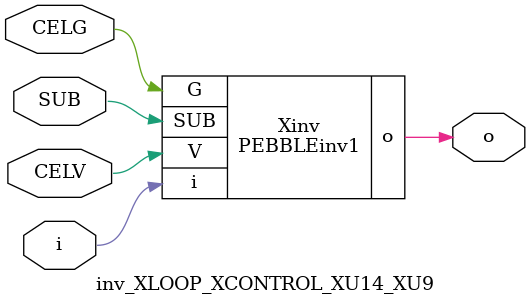
<source format=v>



module PEBBLEinv1 ( o, G, SUB, V, i );

  input V;
  input i;
  input G;
  output o;
  input SUB;
endmodule

//Celera Confidential Do Not Copy inv_XLOOP_XCONTROL_XU14_XU9
//Celera Confidential Symbol Generator
//5V Inverter
module inv_XLOOP_XCONTROL_XU14_XU9 (CELV,CELG,i,o,SUB);
input CELV;
input CELG;
input i;
input SUB;
output o;

//Celera Confidential Do Not Copy inv
PEBBLEinv1 Xinv(
.V (CELV),
.i (i),
.o (o),
.SUB (SUB),
.G (CELG)
);
//,diesize,PEBBLEinv1

//Celera Confidential Do Not Copy Module End
//Celera Schematic Generator
endmodule

</source>
